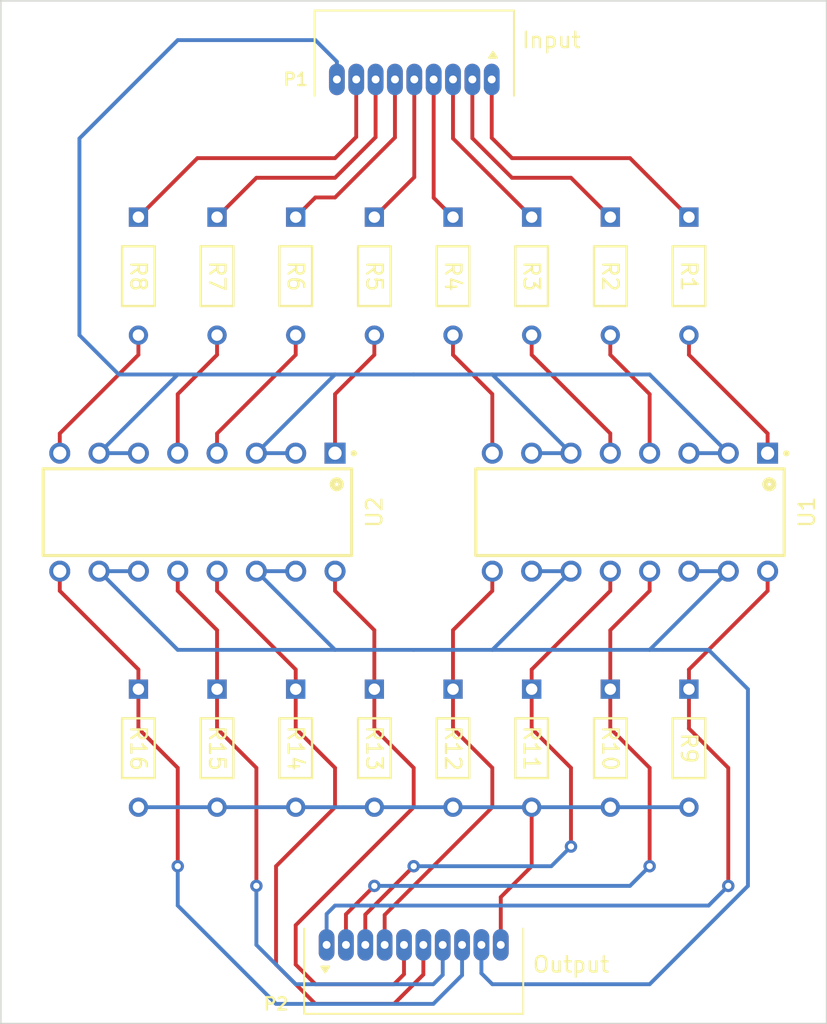
<source format=kicad_pcb>
(kicad_pcb (version 20221018) (generator pcbnew)
  (layers (0 "F.Cu" signal) (31 "B.Cu" signal) (34 "B.Paste" user) (35 "F.Paste" user) (36 "B.SilkS" user "B.Silkscreen") (37 "F.SilkS" user "F.Silkscreen") (38 "B.Mask" user) (39 "F.Mask" user) (44 "Edge.Cuts" user))
  (net 0 "")
  (net 1 "Net-(P1-Pad1)")
  (net 2 "Net-(P1-Pad2)")
  (net 3 "Net-(P1-Pad3)")
  (net 4 "Net-(P1-Pad4)")
  (net 5 "Net-(P1-Pad5)")
  (net 6 "Net-(P1-Pad6)")
  (net 7 "Net-(P1-Pad7)")
  (net 8 "Net-(P1-Pad8)")
  (net 9 "/GNDA")
  (net 10 "Net-(P2-Pad1)")
  (net 11 "Net-(P2-Pad2)")
  (net 12 "Net-(P2-Pad3)")
  (net 13 "Net-(P2-Pad4)")
  (net 14 "Net-(P2-Pad5)")
  (net 15 "Net-(P2-Pad6)")
  (net 16 "Net-(P2-Pad7)")
  (net 17 "Net-(P2-Pad8)")
  (net 18 "/+5V")
  (net 19 "GND")
  (net 20 "Net-(R1-Pad2)")
  (net 21 "Net-(R2-Pad2)")
  (net 22 "Net-(R3-Pad2)")
  (net 23 "Net-(R4-Pad2)")
  (net 24 "Net-(R5-Pad2)")
  (net 25 "Net-(R6-Pad2)")
  (net 26 "Net-(R7-Pad2)")
  (net 27 "Net-(R8-Pad2)")
  (footprint "ILQ30:DIP762W51P254L1992H425Q16" (layer "F.Cu") (at 125.73 87.63 -90)
    (fp_text reference "U2" (at 0 -11.43 90) (layer "F.SilkS") (effects (font (size 1.000685 1.000685))))
    (fp_text value "ILQ30")
    (fp_line (start -2.8 -9.96) (end 2.8 -9.96) (stroke (width 0.2)) (layer "F.SilkS"))
    (fp_line (start -2.8 9.96) (end -2.8 -9.96) (stroke (width 0.2)) (layer "F.SilkS"))
    (fp_line (start 2.8 -9.96) (end 2.8 9.96) (stroke (width 0.2)) (layer "F.SilkS"))
    (fp_line (start 2.8 9.96) (end -2.8 9.96) (stroke (width 0.2)) (layer "F.SilkS"))
    (fp_circle (center -3.8 -10.1) (end -3.7 -10.1) (stroke (width 0.2)) (fill none) (layer "F.SilkS"))
    (fp_circle (center -1.8 -9) (end -1.52 -9) (stroke (width 0.35)) (fill none) (layer "F.SilkS"))
    (pad "1" thru_hole rect (at -3.81 -8.89 270) (size 1.358 1.358) (drill 0.85) (layers "*.Cu" "*.Mask") (net 24 "Net-(R5-Pad2)"))
    (pad "2" thru_hole circle (at -3.81 -6.35 270) (size 1.358 1.358) (drill 0.85) (layers "*.Cu" "*.Mask") (net 9 "/GNDA"))
    (pad "3" thru_hole circle (at -3.81 -3.81 270) (size 1.358 1.358) (drill 0.85) (layers "*.Cu" "*.Mask") (net 9 "/GNDA"))
    (pad "4" thru_hole circle (at -3.81 -1.27 270) (size 1.358 1.358) (drill 0.85) (layers "*.Cu" "*.Mask") (net 25 "Net-(R6-Pad2)"))
    (pad "5" thru_hole circle (at -3.81 1.27 270) (size 1.358 1.358) (drill 0.85) (layers "*.Cu" "*.Mask") (net 26 "Net-(R7-Pad2)"))
    (pad "6" thru_hole circle (at -3.81 3.81 270) (size 1.358 1.358) (drill 0.85) (layers "*.Cu" "*.Mask") (net 9 "/GNDA"))
    (pad "7" thru_hole circle (at -3.81 6.35 270) (size 1.358 1.358) (drill 0.85) (layers "*.Cu" "*.Mask") (net 9 "/GNDA"))
    (pad "8" thru_hole circle (at -3.81 8.89 270) (size 1.358 1.358) (drill 0.85) (layers "*.Cu" "*.Mask") (net 27 "Net-(R8-Pad2)"))
    (pad "9" thru_hole circle (at 3.81 8.89 270) (size 1.358 1.358) (drill 0.85) (layers "*.Cu" "*.Mask") (net 17 "Net-(P2-Pad8)"))
    (pad "10" thru_hole circle (at 3.81 6.35 270) (size 1.358 1.358) (drill 0.85) (layers "*.Cu" "*.Mask") (net 18 "/+5V"))
    (pad "11" thru_hole circle (at 3.81 3.81 270) (size 1.358 1.358) (drill 0.85) (layers "*.Cu" "*.Mask") (net 18 "/+5V"))
    (pad "12" thru_hole circle (at 3.81 1.27 270) (size 1.358 1.358) (drill 0.85) (layers "*.Cu" "*.Mask") (net 16 "Net-(P2-Pad7)"))
    (pad "13" thru_hole circle (at 3.81 -1.27 270) (size 1.358 1.358) (drill 0.85) (layers "*.Cu" "*.Mask") (net 15 "Net-(P2-Pad6)"))
    (pad "14" thru_hole circle (at 3.81 -3.81 270) (size 1.358 1.358) (drill 0.85) (layers "*.Cu" "*.Mask") (net 18 "/+5V"))
    (pad "15" thru_hole circle (at 3.81 -6.35 270) (size 1.358 1.358) (drill 0.85) (layers "*.Cu" "*.Mask") (net 18 "/+5V"))
    (pad "16" thru_hole circle (at 3.81 -8.89 270) (size 1.358 1.358) (drill 0.85) (layers "*.Cu" "*.Mask") (net 14 "Net-(P2-Pad5)"))
  )
  (footprint "RNMF14FTC270R:STA_RNMF14_STP" (layer "F.Cu") (at 127 68.58 -90)
    (fp_text reference "R7" (at 3.81 0 -90 unlocked) (layer "F.SilkS"))
    (fp_text value "RNMF14FTC270R")
    (fp_line (start 1.8796 -1.0541) (end 1.8796 1.0541) (stroke (width 0.1524)) (layer "F.SilkS"))
    (fp_line (start 1.8796 1.0541) (end 5.7404 1.0541) (stroke (width 0.1524)) (layer "F.SilkS"))
    (fp_line (start 5.7404 -1.0541) (end 1.8796 -1.0541) (stroke (width 0.1524)) (layer "F.SilkS"))
    (fp_line (start 5.7404 1.0541) (end 5.7404 -1.0541) (stroke (width 0.1524)) (layer "F.SilkS"))
    (pad "1" thru_hole rect (at 0 0 270) (size 1.2446 1.2446) (drill 0.7366) (layers "*.Cu" "*.Mask") (net 7 "Net-(P1-Pad7)"))
    (pad "2" thru_hole circle (at 7.62 0 270) (size 1.2446 1.2446) (drill 0.7366) (layers "*.Cu" "*.Mask") (net 26 "Net-(R7-Pad2)"))
  )
  (footprint "RNMF14FTC270R:STA_RNMF14_STP" (layer "F.Cu") (at 142.24 68.58 -90)
    (fp_text reference "R4" (at 3.81 0 -90 unlocked) (layer "F.SilkS"))
    (fp_text value "RNMF14FTC270R")
    (fp_line (start 1.8796 -1.0541) (end 1.8796 1.0541) (stroke (width 0.1524)) (layer "F.SilkS"))
    (fp_line (start 1.8796 1.0541) (end 5.7404 1.0541) (stroke (width 0.1524)) (layer "F.SilkS"))
    (fp_line (start 5.7404 -1.0541) (end 1.8796 -1.0541) (stroke (width 0.1524)) (layer "F.SilkS"))
    (fp_line (start 5.7404 1.0541) (end 5.7404 -1.0541) (stroke (width 0.1524)) (layer "F.SilkS"))
    (pad "1" thru_hole rect (at 0 0 270) (size 1.2446 1.2446) (drill 0.7366) (layers "*.Cu" "*.Mask") (net 4 "Net-(P1-Pad4)"))
    (pad "2" thru_hole circle (at 7.62 0 270) (size 1.2446 1.2446) (drill 0.7366) (layers "*.Cu" "*.Mask") (net 23 "Net-(R4-Pad2)"))
  )
  (footprint "53048-0910:53048-0910" (layer "F.Cu") (at 139.74 59.69 180)
    (fp_text reference "P1" (at 7.66 0) (layer "F.SilkS") (effects (font (size 0.8 0.8))))
    (fp_text value "53048-0910")
    (fp_text user "Input" (at -8.85 2.54 unlocked) (layer "F.SilkS"))
    (fp_line (start -6.44 4.45) (end -6.44 -1.05) (stroke (width 0.127)) (layer "F.SilkS"))
    (fp_line (start 6.44 -1.05) (end 6.44 4.45) (stroke (width 0.127)) (layer "F.SilkS"))
    (fp_line (start 6.44 4.45) (end -6.44 4.45) (stroke (width 0.127)) (layer "F.SilkS"))
    (fp_poly (pts (xy -5.334 1.397) (xy -4.826 1.397) (xy -5.08 1.778)) (stroke (width 0.127)) (fill solid) (layer "F.SilkS"))
    (pad "1" thru_hole oval (at -5 0 180) (size 1.016 2.032) (drill 0.508) (layers "*.Cu" "*.Mask") (net 1 "Net-(P1-Pad1)"))
    (pad "2" thru_hole oval (at -3.75 0 180) (size 1.016 2.032) (drill 0.508) (layers "*.Cu" "*.Mask") (net 2 "Net-(P1-Pad2)"))
    (pad "3" thru_hole oval (at -2.5 0 180) (size 1.016 2.032) (drill 0.508) (layers "*.Cu" "*.Mask") (net 3 "Net-(P1-Pad3)"))
    (pad "4" thru_hole oval (at -1.25 0 180) (size 1.016 2.032) (drill 0.508) (layers "*.Cu" "*.Mask") (net 4 "Net-(P1-Pad4)"))
    (pad "5" thru_hole oval (at 0 0 180) (size 1.016 2.032) (drill 0.508) (layers "*.Cu" "*.Mask") (net 5 "Net-(P1-Pad5)"))
    (pad "6" thru_hole oval (at 1.25 0 180) (size 1.016 2.032) (drill 0.508) (layers "*.Cu" "*.Mask") (net 6 "Net-(P1-Pad6)"))
    (pad "7" thru_hole oval (at 2.5 0 180) (size 1.016 2.032) (drill 0.508) (layers "*.Cu" "*.Mask") (net 7 "Net-(P1-Pad7)"))
    (pad "8" thru_hole oval (at 3.75 0 180) (size 1.016 2.032) (drill 0.508) (layers "*.Cu" "*.Mask") (net 8 "Net-(P1-Pad8)"))
    (pad "9" thru_hole oval (at 5 0 180) (size 1.016 2.032) (drill 0.508) (layers "*.Cu" "*.Mask") (net 9 "/GNDA"))
  )
  (footprint "RNMF14FTC270R:STA_RNMF14_STP" (layer "F.Cu") (at 137.16 99.06 -90)
    (fp_text reference "R13" (at 3.81 0 -90 unlocked) (layer "F.SilkS"))
    (fp_text value "RNMF14FTC390R")
    (fp_line (start 1.8796 -1.0541) (end 1.8796 1.0541) (stroke (width 0.1524)) (layer "F.SilkS"))
    (fp_line (start 1.8796 1.0541) (end 5.7404 1.0541) (stroke (width 0.1524)) (layer "F.SilkS"))
    (fp_line (start 5.7404 -1.0541) (end 1.8796 -1.0541) (stroke (width 0.1524)) (layer "F.SilkS"))
    (fp_line (start 5.7404 1.0541) (end 5.7404 -1.0541) (stroke (width 0.1524)) (layer "F.SilkS"))
    (pad "1" thru_hole rect (at 0 0 270) (size 1.2446 1.2446) (drill 0.7366) (layers "*.Cu" "*.Mask") (net 14 "Net-(P2-Pad5)"))
    (pad "2" thru_hole circle (at 7.62 0 270) (size 1.2446 1.2446) (drill 0.7366) (layers "*.Cu" "*.Mask") (net 19 "GND"))
  )
  (footprint "RNMF14FTC270R:STA_RNMF14_STP" (layer "F.Cu") (at 127 99.06 -90)
    (fp_text reference "R15" (at 3.81 0 -90 unlocked) (layer "F.SilkS"))
    (fp_text value "RNMF14FTC390R")
    (fp_line (start 1.8796 -1.0541) (end 1.8796 1.0541) (stroke (width 0.1524)) (layer "F.SilkS"))
    (fp_line (start 1.8796 1.0541) (end 5.7404 1.0541) (stroke (width 0.1524)) (layer "F.SilkS"))
    (fp_line (start 5.7404 -1.0541) (end 1.8796 -1.0541) (stroke (width 0.1524)) (layer "F.SilkS"))
    (fp_line (start 5.7404 1.0541) (end 5.7404 -1.0541) (stroke (width 0.1524)) (layer "F.SilkS"))
    (pad "1" thru_hole rect (at 0 0 270) (size 1.2446 1.2446) (drill 0.7366) (layers "*.Cu" "*.Mask") (net 16 "Net-(P2-Pad7)"))
    (pad "2" thru_hole circle (at 7.62 0 270) (size 1.2446 1.2446) (drill 0.7366) (layers "*.Cu" "*.Mask") (net 19 "GND"))
  )
  (footprint "RNMF14FTC270R:STA_RNMF14_STP" (layer "F.Cu") (at 147.32 99.06 -90)
    (fp_text reference "R11" (at 3.81 0 -90 unlocked) (layer "F.SilkS"))
    (fp_text value "RNMF14FTC390R")
    (fp_line (start 1.8796 -1.0541) (end 1.8796 1.0541) (stroke (width 0.1524)) (layer "F.SilkS"))
    (fp_line (start 1.8796 1.0541) (end 5.7404 1.0541) (stroke (width 0.1524)) (layer "F.SilkS"))
    (fp_line (start 5.7404 -1.0541) (end 1.8796 -1.0541) (stroke (width 0.1524)) (layer "F.SilkS"))
    (fp_line (start 5.7404 1.0541) (end 5.7404 -1.0541) (stroke (width 0.1524)) (layer "F.SilkS"))
    (pad "1" thru_hole rect (at 0 0 270) (size 1.2446 1.2446) (drill 0.7366) (layers "*.Cu" "*.Mask") (net 12 "Net-(P2-Pad3)"))
    (pad "2" thru_hole circle (at 7.62 0 270) (size 1.2446 1.2446) (drill 0.7366) (layers "*.Cu" "*.Mask") (net 19 "GND"))
  )
  (footprint "ILQ30:DIP762W51P254L1992H425Q16" (layer "F.Cu") (at 153.67 87.63 -90)
    (fp_text reference "U1" (at 0 -11.43 90) (layer "F.SilkS") (effects (font (size 1.000685 1.000685))))
    (fp_text value "ILQ30")
    (fp_line (start -2.8 -9.96) (end 2.8 -9.96) (stroke (width 0.2)) (layer "F.SilkS"))
    (fp_line (start -2.8 9.96) (end -2.8 -9.96) (stroke (width 0.2)) (layer "F.SilkS"))
    (fp_line (start 2.8 -9.96) (end 2.8 9.96) (stroke (width 0.2)) (layer "F.SilkS"))
    (fp_line (start 2.8 9.96) (end -2.8 9.96) (stroke (width 0.2)) (layer "F.SilkS"))
    (fp_circle (center -3.8 -10.1) (end -3.7 -10.1) (stroke (width 0.2)) (fill none) (layer "F.SilkS"))
    (fp_circle (center -1.8 -9) (end -1.52 -9) (stroke (width 0.35)) (fill none) (layer "F.SilkS"))
    (pad "1" thru_hole rect (at -3.81 -8.89 270) (size 1.358 1.358) (drill 0.85) (layers "*.Cu" "*.Mask") (net 20 "Net-(R1-Pad2)"))
    (pad "2" thru_hole circle (at -3.81 -6.35 270) (size 1.358 1.358) (drill 0.85) (layers "*.Cu" "*.Mask") (net 9 "/GNDA"))
    (pad "3" thru_hole circle (at -3.81 -3.81 270) (size 1.358 1.358) (drill 0.85) (layers "*.Cu" "*.Mask") (net 9 "/GNDA"))
    (pad "4" thru_hole circle (at -3.81 -1.27 270) (size 1.358 1.358) (drill 0.85) (layers "*.Cu" "*.Mask") (net 21 "Net-(R2-Pad2)"))
    (pad "5" thru_hole circle (at -3.81 1.27 270) (size 1.358 1.358) (drill 0.85) (layers "*.Cu" "*.Mask") (net 22 "Net-(R3-Pad2)"))
    (pad "6" thru_hole circle (at -3.81 3.81 270) (size 1.358 1.358) (drill 0.85) (layers "*.Cu" "*.Mask") (net 9 "/GNDA"))
    (pad "7" thru_hole circle (at -3.81 6.35 270) (size 1.358 1.358) (drill 0.85) (layers "*.Cu" "*.Mask") (net 9 "/GNDA"))
    (pad "8" thru_hole circle (at -3.81 8.89 270) (size 1.358 1.358) (drill 0.85) (layers "*.Cu" "*.Mask") (net 23 "Net-(R4-Pad2)"))
    (pad "9" thru_hole circle (at 3.81 8.89 270) (size 1.358 1.358) (drill 0.85) (layers "*.Cu" "*.Mask") (net 13 "Net-(P2-Pad4)"))
    (pad "10" thru_hole circle (at 3.81 6.35 270) (size 1.358 1.358) (drill 0.85) (layers "*.Cu" "*.Mask") (net 18 "/+5V"))
    (pad "11" thru_hole circle (at 3.81 3.81 270) (size 1.358 1.358) (drill 0.85) (layers "*.Cu" "*.Mask") (net 18 "/+5V"))
    (pad "12" thru_hole circle (at 3.81 1.27 270) (size 1.358 1.358) (drill 0.85) (layers "*.Cu" "*.Mask") (net 12 "Net-(P2-Pad3)"))
    (pad "13" thru_hole circle (at 3.81 -1.27 270) (size 1.358 1.358) (drill 0.85) (layers "*.Cu" "*.Mask") (net 11 "Net-(P2-Pad2)"))
    (pad "14" thru_hole circle (at 3.81 -3.81 270) (size 1.358 1.358) (drill 0.85) (layers "*.Cu" "*.Mask") (net 18 "/+5V"))
    (pad "15" thru_hole circle (at 3.81 -6.35 270) (size 1.358 1.358) (drill 0.85) (layers "*.Cu" "*.Mask") (net 18 "/+5V"))
    (pad "16" thru_hole circle (at 3.81 -8.89 270) (size 1.358 1.358) (drill 0.85) (layers "*.Cu" "*.Mask") (net 10 "Net-(P2-Pad1)"))
  )
  (footprint "RNMF14FTC270R:STA_RNMF14_STP" (layer "F.Cu") (at 132.08 99.06 -90)
    (fp_text reference "R14" (at 3.81 0 -90 unlocked) (layer "F.SilkS"))
    (fp_text value "RNMF14FTC390R")
    (fp_line (start 1.8796 -1.0541) (end 1.8796 1.0541) (stroke (width 0.1524)) (layer "F.SilkS"))
    (fp_line (start 1.8796 1.0541) (end 5.7404 1.0541) (stroke (width 0.1524)) (layer "F.SilkS"))
    (fp_line (start 5.7404 -1.0541) (end 1.8796 -1.0541) (stroke (width 0.1524)) (layer "F.SilkS"))
    (fp_line (start 5.7404 1.0541) (end 5.7404 -1.0541) (stroke (width 0.1524)) (layer "F.SilkS"))
    (pad "1" thru_hole rect (at 0 0 270) (size 1.2446 1.2446) (drill 0.7366) (layers "*.Cu" "*.Mask") (net 15 "Net-(P2-Pad6)"))
    (pad "2" thru_hole circle (at 7.62 0 270) (size 1.2446 1.2446) (drill 0.7366) (layers "*.Cu" "*.Mask") (net 19 "GND"))
  )
  (footprint "RNMF14FTC270R:STA_RNMF14_STP" (layer "F.Cu") (at 137.16 68.58 -90)
    (fp_text reference "R5" (at 3.81 0 -90 unlocked) (layer "F.SilkS"))
    (fp_text value "RNMF14FTC270R")
    (fp_line (start 1.8796 -1.0541) (end 1.8796 1.0541) (stroke (width 0.1524)) (layer "F.SilkS"))
    (fp_line (start 1.8796 1.0541) (end 5.7404 1.0541) (stroke (width 0.1524)) (layer "F.SilkS"))
    (fp_line (start 5.7404 -1.0541) (end 1.8796 -1.0541) (stroke (width 0.1524)) (layer "F.SilkS"))
    (fp_line (start 5.7404 1.0541) (end 5.7404 -1.0541) (stroke (width 0.1524)) (layer "F.SilkS"))
    (pad "1" thru_hole rect (at 0 0 270) (size 1.2446 1.2446) (drill 0.7366) (layers "*.Cu" "*.Mask") (net 5 "Net-(P1-Pad5)"))
    (pad "2" thru_hole circle (at 7.62 0 270) (size 1.2446 1.2446) (drill 0.7366) (layers "*.Cu" "*.Mask") (net 24 "Net-(R5-Pad2)"))
  )
  (footprint "RNMF14FTC270R:STA_RNMF14_STP" (layer "F.Cu") (at 152.4 68.58 -90)
    (fp_text reference "R2" (at 3.81 0 -90 unlocked) (layer "F.SilkS"))
    (fp_text value "RNMF14FTC270R")
    (fp_line (start 1.8796 -1.0541) (end 1.8796 1.0541) (stroke (width 0.1524)) (layer "F.SilkS"))
    (fp_line (start 1.8796 1.0541) (end 5.7404 1.0541) (stroke (width 0.1524)) (layer "F.SilkS"))
    (fp_line (start 5.7404 -1.0541) (end 1.8796 -1.0541) (stroke (width 0.1524)) (layer "F.SilkS"))
    (fp_line (start 5.7404 1.0541) (end 5.7404 -1.0541) (stroke (width 0.1524)) (layer "F.SilkS"))
    (pad "1" thru_hole rect (at 0 0 270) (size 1.2446 1.2446) (drill 0.7366) (layers "*.Cu" "*.Mask") (net 2 "Net-(P1-Pad2)"))
    (pad "2" thru_hole circle (at 7.62 0 270) (size 1.2446 1.2446) (drill 0.7366) (layers "*.Cu" "*.Mask") (net 21 "Net-(R2-Pad2)"))
  )
  (footprint "RNMF14FTC270R:STA_RNMF14_STP" (layer "F.Cu") (at 147.32 68.58 -90)
    (fp_text reference "R3" (at 3.81 0 -90 unlocked) (layer "F.SilkS"))
    (fp_text value "RNMF14FTC270R")
    (fp_line (start 1.8796 -1.0541) (end 1.8796 1.0541) (stroke (width 0.1524)) (layer "F.SilkS"))
    (fp_line (start 1.8796 1.0541) (end 5.7404 1.0541) (stroke (width 0.1524)) (layer "F.SilkS"))
    (fp_line (start 5.7404 -1.0541) (end 1.8796 -1.0541) (stroke (width 0.1524)) (layer "F.SilkS"))
    (fp_line (start 5.7404 1.0541) (end 5.7404 -1.0541) (stroke (width 0.1524)) (layer "F.SilkS"))
    (pad "1" thru_hole rect (at 0 0 270) (size 1.2446 1.2446) (drill 0.7366) (layers "*.Cu" "*.Mask") (net 3 "Net-(P1-Pad3)"))
    (pad "2" thru_hole circle (at 7.62 0 270) (size 1.2446 1.2446) (drill 0.7366) (layers "*.Cu" "*.Mask") (net 22 "Net-(R3-Pad2)"))
  )
  (footprint "RNMF14FTC270R:STA_RNMF14_STP" (layer "F.Cu") (at 157.48 68.58 -90)
    (fp_text reference "R1" (at 3.81 0 -90 unlocked) (layer "F.SilkS"))
    (fp_text value "RNMF14FTC270R")
    (fp_line (start 1.8796 -1.0541) (end 1.8796 1.0541) (stroke (width 0.1524)) (layer "F.SilkS"))
    (fp_line (start 1.8796 1.0541) (end 5.7404 1.0541) (stroke (width 0.1524)) (layer "F.SilkS"))
    (fp_line (start 5.7404 -1.0541) (end 1.8796 -1.0541) (stroke (width 0.1524)) (layer "F.SilkS"))
    (fp_line (start 5.7404 1.0541) (end 5.7404 -1.0541) (stroke (width 0.1524)) (layer "F.SilkS"))
    (pad "1" thru_hole rect (at 0 0 270) (size 1.2446 1.2446) (drill 0.7366) (layers "*.Cu" "*.Mask") (net 1 "Net-(P1-Pad1)"))
    (pad "2" thru_hole circle (at 7.62 0 270) (size 1.2446 1.2446) (drill 0.7366) (layers "*.Cu" "*.Mask") (net 20 "Net-(R1-Pad2)"))
  )
  (footprint "RNMF14FTC270R:STA_RNMF14_STP" (layer "F.Cu") (at 152.4 99.06 -90)
    (fp_text reference "R10" (at 3.81 0 -90 unlocked) (layer "F.SilkS"))
    (fp_text value "RNMF14FTC390R")
    (fp_line (start 1.8796 -1.0541) (end 1.8796 1.0541) (stroke (width 0.1524)) (layer "F.SilkS"))
    (fp_line (start 1.8796 1.0541) (end 5.7404 1.0541) (stroke (width 0.1524)) (layer "F.SilkS"))
    (fp_line (start 5.7404 -1.0541) (end 1.8796 -1.0541) (stroke (width 0.1524)) (layer "F.SilkS"))
    (fp_line (start 5.7404 1.0541) (end 5.7404 -1.0541) (stroke (width 0.1524)) (layer "F.SilkS"))
    (pad "1" thru_hole rect (at 0 0 270) (size 1.2446 1.2446) (drill 0.7366) (layers "*.Cu" "*.Mask") (net 11 "Net-(P2-Pad2)"))
    (pad "2" thru_hole circle (at 7.62 0 270) (size 1.2446 1.2446) (drill 0.7366) (layers "*.Cu" "*.Mask") (net 19 "GND"))
  )
  (footprint "RNMF14FTC270R:STA_RNMF14_STP" (layer "F.Cu") (at 157.48 99.06 -90)
    (fp_text reference "R9" (at 3.81 0 -90 unlocked) (layer "F.SilkS"))
    (fp_text value "RNMF14FTC390R")
    (fp_line (start 1.8796 -1.0541) (end 1.8796 1.0541) (stroke (width 0.1524)) (layer "F.SilkS"))
    (fp_line (start 1.8796 1.0541) (end 5.7404 1.0541) (stroke (width 0.1524)) (layer "F.SilkS"))
    (fp_line (start 5.7404 -1.0541) (end 1.8796 -1.0541) (stroke (width 0.1524)) (layer "F.SilkS"))
    (fp_line (start 5.7404 1.0541) (end 5.7404 -1.0541) (stroke (width 0.1524)) (layer "F.SilkS"))
    (pad "1" thru_hole rect (at 0 0 270) (size 1.2446 1.2446) (drill 0.7366) (layers "*.Cu" "*.Mask") (net 10 "Net-(P2-Pad1)"))
    (pad "2" thru_hole circle (at 7.62 0 270) (size 1.2446 1.2446) (drill 0.7366) (layers "*.Cu" "*.Mask") (net 19 "GND"))
  )
  (footprint "RNMF14FTC270R:STA_RNMF14_STP" (layer "F.Cu") (at 132.08 68.58 -90)
    (fp_text reference "R6" (at 3.81 0 -90 unlocked) (layer "F.SilkS"))
    (fp_text value "RNMF14FTC270R")
    (fp_line (start 1.8796 -1.0541) (end 1.8796 1.0541) (stroke (width 0.1524)) (layer "F.SilkS"))
    (fp_line (start 1.8796 1.0541) (end 5.7404 1.0541) (stroke (width 0.1524)) (layer "F.SilkS"))
    (fp_line (start 5.7404 -1.0541) (end 1.8796 -1.0541) (stroke (width 0.1524)) (layer "F.SilkS"))
    (fp_line (start 5.7404 1.0541) (end 5.7404 -1.0541) (stroke (width 0.1524)) (layer "F.SilkS"))
    (pad "1" thru_hole rect (at 0 0 270) (size 1.2446 1.2446) (drill 0.7366) (layers "*.Cu" "*.Mask") (net 6 "Net-(P1-Pad6)"))
    (pad "2" thru_hole circle (at 7.62 0 270) (size 1.2446 1.2446) (drill 0.7366) (layers "*.Cu" "*.Mask") (net 25 "Net-(R6-Pad2)"))
  )
  (footprint "RNMF14FTC270R:STA_RNMF14_STP" (layer "F.Cu") (at 142.24 99.06 -90)
    (fp_text reference "R12" (at 3.81 0 -90 unlocked) (layer "F.SilkS"))
    (fp_text value "RNMF14FTC390R")
    (fp_line (start 1.8796 -1.0541) (end 1.8796 1.0541) (stroke (width 0.1524)) (layer "F.SilkS"))
    (fp_line (start 1.8796 1.0541) (end 5.7404 1.0541) (stroke (width 0.1524)) (layer "F.SilkS"))
    (fp_line (start 5.7404 -1.0541) (end 1.8796 -1.0541) (stroke (width 0.1524)) (layer "F.SilkS"))
    (fp_line (start 5.7404 1.0541) (end 5.7404 -1.0541) (stroke (width 0.1524)) (layer "F.SilkS"))
    (pad "1" thru_hole rect (at 0 0 270) (size 1.2446 1.2446) (drill 0.7366) (layers "*.Cu" "*.Mask") (net 13 "Net-(P2-Pad4)"))
    (pad "2" thru_hole circle (at 7.62 0 270) (size 1.2446 1.2446) (drill 0.7366) (layers "*.Cu" "*.Mask") (net 19 "GND"))
  )
  (footprint "RNMF14FTC270R:STA_RNMF14_STP" (layer "F.Cu") (at 121.92 68.58 -90)
    (fp_text reference "R8" (at 3.81 0 -90 unlocked) (layer "F.SilkS"))
    (fp_text value "RNMF14FTC270R")
    (fp_line (start 1.8796 -1.0541) (end 1.8796 1.0541) (stroke (width 0.1524)) (layer "F.SilkS"))
    (fp_line (start 1.8796 1.0541) (end 5.7404 1.0541) (stroke (width 0.1524)) (layer "F.SilkS"))
    (fp_line (start 5.7404 -1.0541) (end 1.8796 -1.0541) (stroke (width 0.1524)) (layer "F.SilkS"))
    (fp_line (start 5.7404 1.0541) (end 5.7404 -1.0541) (stroke (width 0.1524)) (layer "F.SilkS"))
    (pad "1" thru_hole rect (at 0 0 270) (size 1.2446 1.2446) (drill 0.7366) (layers "*.Cu" "*.Mask") (net 8 "Net-(P1-Pad8)"))
    (pad "2" thru_hole circle (at 7.62 0 270) (size 1.2446 1.2446) (drill 0.7366) (layers "*.Cu" "*.Mask") (net 27 "Net-(R8-Pad2)"))
  )
  (footprint "RNMF14FTC270R:STA_RNMF14_STP" (layer "F.Cu") (at 121.92 99.06 -90)
    (fp_text reference "R16" (at 3.81 0 -90 unlocked) (layer "F.SilkS"))
    (fp_text value "RNMF14FTC390R")
    (fp_line (start 1.8796 -1.0541) (end 1.8796 1.0541) (stroke (width 0.1524)) (layer "F.SilkS"))
    (fp_line (start 1.8796 1.0541) (end 5.7404 1.0541) (stroke (width 0.1524)) (layer "F.SilkS"))
    (fp_line (start 5.7404 -1.0541) (end 1.8796 -1.0541) (stroke (width 0.1524)) (layer "F.SilkS"))
    (fp_line (start 5.7404 1.0541) (end 5.7404 -1.0541) (stroke (width 0.1524)) (layer "F.SilkS"))
    (pad "1" thru_hole rect (at 0 0 270) (size 1.2446 1.2446) (drill 0.7366) (layers "*.Cu" "*.Mask") (net 17 "Net-(P2-Pad8)"))
    (pad "2" thru_hole circle (at 7.62 0 270) (size 1.2446 1.2446) (drill 0.7366) (layers "*.Cu" "*.Mask") (net 19 "GND"))
  )
  (footprint "53048-1010:53048-1010" (layer "F.Cu") (at 139.7 115.57)
    (fp_text reference "P2" (at -8.89 3.81) (layer "F.SilkS") (effects (font (size 0.8 0.8))))
    (fp_text value "53048-1010")
    (fp_text user "Output" (at 10.16 1.27 unlocked) (layer "F.SilkS"))
    (fp_line (start -7.075 4.45) (end -7.075 -1.05) (stroke (width 0.127)) (layer "F.SilkS"))
    (fp_line (start 7.075 -1.05) (end 7.075 4.45) (stroke (width 0.127)) (layer "F.SilkS"))
    (fp_line (start 7.075 4.45) (end -7.075 4.45) (stroke (width 0.127)) (layer "F.SilkS"))
    (fp_poly (pts (xy -5.969 1.397) (xy -5.461 1.397) (xy -5.715 1.778)) (stroke (width 0.127)) (fill solid) (layer "F.SilkS"))
    (pad "1" thru_hole oval (at -5.625 0) (size 1.016 2.032) (drill 0.508) (layers "*.Cu" "*.Mask") (net 10 "Net-(P2-Pad1)"))
    (pad "2" thru_hole oval (at -4.375 0) (size 1.016 2.032) (drill 0.508) (layers "*.Cu" "*.Mask") (net 11 "Net-(P2-Pad2)"))
    (pad "3" thru_hole oval (at -3.125 0) (size 1.016 2.032) (drill 0.508) (layers "*.Cu" "*.Mask") (net 12 "Net-(P2-Pad3)"))
    (pad "4" thru_hole oval (at -1.875 0) (size 1.016 2.032) (drill 0.508) (layers "*.Cu" "*.Mask") (net 13 "Net-(P2-Pad4)"))
    (pad "5" thru_hole oval (at -0.625 0) (size 1.016 2.032) (drill 0.508) (layers "*.Cu" "*.Mask") (net 14 "Net-(P2-Pad5)"))
    (pad "6" thru_hole oval (at 0.625 0) (size 1.016 2.032) (drill 0.508) (layers "*.Cu" "*.Mask") (net 15 "Net-(P2-Pad6)"))
    (pad "7" thru_hole oval (at 1.875 0) (size 1.016 2.032) (drill 0.508) (layers "*.Cu" "*.Mask") (net 16 "Net-(P2-Pad7)"))
    (pad "8" thru_hole oval (at 3.125 0) (size 1.016 2.032) (drill 0.508) (layers "*.Cu" "*.Mask") (net 17 "Net-(P2-Pad8)"))
    (pad "9" thru_hole oval (at 4.375 0) (size 1.016 2.032) (drill 0.508) (layers "*.Cu" "*.Mask") (net 18 "/+5V"))
    (pad "10" thru_hole oval (at 5.625 0) (size 1.016 2.032) (drill 0.508) (layers "*.Cu" "*.Mask") (net 19 "GND"))
  )
  (gr_rect (start 113.03 54.61) (end 166.37 120.65) (stroke (width 0.1)) (fill none) (layer "Edge.Cuts"))
  (segment (start 144.74 59.69) (end 144.74 63.46) (width 0.25) (layer "F.Cu") (net 1))
  (segment (start 153.67 64.77) (end 157.48 68.58) (width 0.25) (layer "F.Cu") (net 1))
  (segment (start 144.74 63.46) (end 146.05 64.77) (width 0.25) (layer "F.Cu") (net 1))
  (segment (start 146.05 64.77) (end 153.67 64.77) (width 0.25) (layer "F.Cu") (net 1))
  (segment (start 146.05 66.04) (end 149.86 66.04) (width 0.25) (layer "F.Cu") (net 2))
  (segment (start 149.86 66.04) (end 152.4 68.58) (width 0.25) (layer "F.Cu") (net 2))
  (segment (start 143.49 59.69) (end 143.49 63.48) (width 0.25) (layer "F.Cu") (net 2))
  (segment (start 143.49 63.48) (end 146.05 66.04) (width 0.25) (layer "F.Cu") (net 2))
  (segment (start 142.24 59.69) (end 142.24 63.5) (width 0.25) (layer "F.Cu") (net 3))
  (segment (start 142.24 63.5) (end 147.32 68.58) (width 0.25) (layer "F.Cu") (net 3))
  (segment (start 140.99 67.33) (end 142.24 68.58) (width 0.25) (layer "F.Cu") (net 4))
  (segment (start 140.99 59.69) (end 140.99 67.33) (width 0.25) (layer "F.Cu") (net 4))
  (segment (start 139.74 66) (end 137.16 68.58) (width 0.25) (layer "F.Cu") (net 5))
  (segment (start 139.74 59.69) (end 139.74 66) (width 0.25) (layer "F.Cu") (net 5))
  (segment (start 134.62 67.31) (end 133.35 67.31) (width 0.25) (layer "F.Cu") (net 6))
  (segment (start 138.49 63.44) (end 134.62 67.31) (width 0.25) (layer "F.Cu") (net 6))
  (segment (start 133.35 67.31) (end 132.08 68.58) (width 0.25) (layer "F.Cu") (net 6))
  (segment (start 138.49 59.69) (end 138.49 63.44) (width 0.25) (layer "F.Cu") (net 6))
  (segment (start 137.24 59.69) (end 137.24 63.42) (width 0.25) (layer "F.Cu") (net 7))
  (segment (start 134.62 66.04) (end 129.54 66.04) (width 0.25) (layer "F.Cu") (net 7))
  (segment (start 129.54 66.04) (end 127 68.58) (width 0.25) (layer "F.Cu") (net 7))
  (segment (start 137.24 63.42) (end 134.62 66.04) (width 0.25) (layer "F.Cu") (net 7))
  (segment (start 135.99 59.69) (end 135.99 63.4) (width 0.25) (layer "F.Cu") (net 8))
  (segment (start 125.73 64.77) (end 121.92 68.58) (width 0.25) (layer "F.Cu") (net 8))
  (segment (start 135.99 63.4) (end 134.62 64.77) (width 0.25) (layer "F.Cu") (net 8))
  (segment (start 134.62 64.77) (end 125.73 64.77) (width 0.25) (layer "F.Cu") (net 8))
  (segment (start 120.65 78.74) (end 118.11 76.2) (width 0.25) (layer "B.Cu") (net 9))
  (segment (start 157.48 83.82) (end 160.02 83.82) (width 0.25) (layer "B.Cu") (net 9))
  (segment (start 154.94 78.74) (end 144.78 78.74) (width 0.25) (layer "B.Cu") (net 9))
  (segment (start 133.35 57.15) (end 124.46 57.15) (width 0.25) (layer "B.Cu") (net 9))
  (segment (start 160.02 83.82) (end 154.94 78.74) (width 0.25) (layer "B.Cu") (net 9))
  (segment (start 147.32 83.82) (end 149.86 83.82) (width 0.25) (layer "B.Cu") (net 9))
  (segment (start 134.74 58.54) (end 133.35 57.15) (width 0.25) (layer "B.Cu") (net 9))
  (segment (start 118.11 63.5) (end 124.46 57.15) (width 0.25) (layer "B.Cu") (net 9))
  (segment (start 129.54 83.82) (end 134.62 78.74) (width 0.25) (layer "B.Cu") (net 9))
  (segment (start 134.62 78.74) (end 124.46 78.74) (width 0.25) (layer "B.Cu") (net 9))
  (segment (start 149.86 83.82) (end 144.78 78.74) (width 0.25) (layer "B.Cu") (net 9))
  (segment (start 124.46 78.74) (end 120.65 78.74) (width 0.25) (layer "B.Cu") (net 9))
  (segment (start 129.54 83.82) (end 132.08 83.82) (width 0.25) (layer "B.Cu") (net 9))
  (segment (start 118.11 76.2) (end 118.11 63.5) (width 0.25) (layer "B.Cu") (net 9))
  (segment (start 124.46 78.74) (end 119.38 83.82) (width 0.25) (layer "B.Cu") (net 9))
  (segment (start 119.38 83.82) (end 121.92 83.82) (width 0.25) (layer "B.Cu") (net 9))
  (segment (start 134.74 59.69) (end 134.74 58.54) (width 0.25) (layer "B.Cu") (net 9))
  (segment (start 144.78 78.74) (end 139.7 78.74) (width 0.25) (layer "B.Cu") (net 9))
  (segment (start 139.7 78.74) (end 134.62 78.74) (width 0.25) (layer "B.Cu") (net 9))
  (segment (start 157.48 97.79) (end 157.48 99.06) (width 0.25) (layer "F.Cu") (net 10))
  (segment (start 162.56 91.44) (end 162.56 92.71) (width 0.25) (layer "F.Cu") (net 10))
  (segment (start 157.48 99.06) (end 157.48 101.6) (width 0.25) (layer "F.Cu") (net 10))
  (segment (start 162.56 92.71) (end 157.48 97.79) (width 0.25) (layer "F.Cu") (net 10))
  (segment (start 157.48 101.6) (end 160.02 104.14) (width 0.25) (layer "F.Cu") (net 10))
  (segment (start 160.02 104.14) (end 160.02 111.76) (width 0.25) (layer "F.Cu") (net 10))
  (via (at 160.02 111.76) (size 0.8) (drill 0.4) (layers "F.Cu" "B.Cu") (net 10))
  (segment (start 134.075 113.575) (end 134.075 115.57) (width 0.25) (layer "B.Cu") (net 10))
  (segment (start 134.62 113.03) (end 134.075 113.575) (width 0.25) (layer "B.Cu") (net 10))
  (segment (start 158.75 113.03) (end 134.62 113.03) (width 0.25) (layer "B.Cu") (net 10))
  (segment (start 160.02 111.76) (end 158.75 113.03) (width 0.25) (layer "B.Cu") (net 10))
  (segment (start 154.94 91.44) (end 154.94 92.71) (width 0.25) (layer "F.Cu") (net 11))
  (segment (start 154.94 92.71) (end 152.4 95.25) (width 0.25) (layer "F.Cu") (net 11))
  (segment (start 135.325 113.595) (end 135.325 115.57) (width 0.25) (layer "F.Cu") (net 11))
  (segment (start 152.4 95.25) (end 152.4 99.06) (width 0.25) (layer "F.Cu") (net 11))
  (segment (start 152.4 99.06) (end 152.4 101.6) (width 0.25) (layer "F.Cu") (net 11))
  (segment (start 154.94 104.14) (end 154.94 110.49) (width 0.25) (layer "F.Cu") (net 11))
  (segment (start 152.4 101.6) (end 154.94 104.14) (width 0.25) (layer "F.Cu") (net 11))
  (segment (start 137.16 111.76) (end 135.325 113.595) (width 0.25) (layer "F.Cu") (net 11))
  (via (at 137.16 111.76) (size 0.8) (drill 0.4) (layers "F.Cu" "B.Cu") (net 11))
  (via (at 154.94 110.49) (size 0.8) (drill 0.4) (layers "F.Cu" "B.Cu") (net 11))
  (segment (start 153.67 111.76) (end 137.16 111.76) (width 0.25) (layer "B.Cu") (net 11))
  (segment (start 154.94 110.49) (end 153.67 111.76) (width 0.25) (layer "B.Cu") (net 11))
  (segment (start 139.7 110.49) (end 136.575 113.615) (width 0.25) (layer "F.Cu") (net 12))
  (segment (start 147.32 101.6) (end 149.86 104.14) (width 0.25) (layer "F.Cu") (net 12))
  (segment (start 152.4 91.44) (end 152.4 92.71) (width 0.25) (layer "F.Cu") (net 12))
  (segment (start 136.575 113.615) (end 136.575 115.57) (width 0.25) (layer "F.Cu") (net 12))
  (segment (start 149.86 104.14) (end 149.86 109.22) (width 0.25) (layer "F.Cu") (net 12))
  (segment (start 147.32 99.06) (end 147.32 101.6) (width 0.25) (layer "F.Cu") (net 12))
  (segment (start 152.4 92.71) (end 147.32 97.79) (width 0.25) (layer "F.Cu") (net 12))
  (segment (start 147.32 97.79) (end 147.32 99.06) (width 0.25) (layer "F.Cu") (net 12))
  (via (at 139.7 110.49) (size 0.8) (drill 0.4) (layers "F.Cu" "B.Cu") (net 12))
  (via (at 149.86 109.22) (size 0.8) (drill 0.4) (layers "F.Cu" "B.Cu") (net 12))
  (segment (start 149.86 109.22) (end 148.59 110.49) (width 0.25) (layer "B.Cu") (net 12))
  (segment (start 148.59 110.49) (end 139.7 110.49) (width 0.25) (layer "B.Cu") (net 12))
  (segment (start 142.24 99.06) (end 142.24 101.6) (width 0.25) (layer "F.Cu") (net 13))
  (segment (start 142.24 95.25) (end 142.24 99.06) (width 0.25) (layer "F.Cu") (net 13))
  (segment (start 144.78 104.14) (end 144.78 106.68) (width 0.25) (layer "F.Cu") (net 13))
  (segment (start 144.78 92.71) (end 142.24 95.25) (width 0.25) (layer "F.Cu") (net 13))
  (segment (start 144.78 91.44) (end 144.78 92.71) (width 0.25) (layer "F.Cu") (net 13))
  (segment (start 137.825 113.635) (end 144.78 106.68) (width 0.25) (layer "F.Cu") (net 13))
  (segment (start 137.825 115.57) (end 137.825 113.635) (width 0.25) (layer "F.Cu") (net 13))
  (segment (start 142.24 101.6) (end 144.78 104.14) (width 0.25) (layer "F.Cu") (net 13))
  (segment (start 132.08 114.3) (end 139.7 106.68) (width 0.25) (layer "F.Cu") (net 14))
  (segment (start 134.62 91.44) (end 134.62 92.71) (width 0.25) (layer "F.Cu") (net 14))
  (segment (start 137.16 95.25) (end 137.16 99.06) (width 0.25) (layer "F.Cu") (net 14))
  (segment (start 139.7 104.14) (end 137.16 101.6) (width 0.25) (layer "F.Cu") (net 14))
  (segment (start 138.43 118.11) (end 133.35 118.11) (width 0.25) (layer "F.Cu") (net 14))
  (segment (start 139.075 115.57) (end 139.075 117.465) (width 0.25) (layer "F.Cu") (net 14))
  (segment (start 133.35 118.11) (end 132.08 116.84) (width 0.25) (layer "F.Cu") (net 14))
  (segment (start 134.62 92.71) (end 137.16 95.25) (width 0.25) (layer "F.Cu") (net 14))
  (segment (start 139.075 117.465) (end 138.43 118.11) (width 0.25) (layer "F.Cu") (net 14))
  (segment (start 132.08 116.84) (end 132.08 114.3) (width 0.25) (layer "F.Cu") (net 14))
  (segment (start 137.16 101.6) (end 137.16 99.06) (width 0.25) (layer "F.Cu") (net 14))
  (segment (start 139.7 106.68) (end 139.7 104.14) (width 0.25) (layer "F.Cu") (net 14))
  (segment (start 133.35 119.38) (end 130.81 116.84) (width 0.25) (layer "F.Cu") (net 15))
  (segment (start 127 91.44) (end 127 92.71) (width 0.25) (layer "F.Cu") (net 15))
  (segment (start 134.62 106.68) (end 134.62 104.14) (width 0.25) (layer "F.Cu") (net 15))
  (segment (start 134.62 104.14) (end 132.08 101.6) (width 0.25) (layer "F.Cu") (net 15))
  (segment (start 132.08 101.6) (end 132.08 99.06) (width 0.25) (layer "F.Cu") (net 15))
  (segment (start 140.325 115.57) (end 140.325 117.485) (width 0.25) (layer "F.Cu") (net 15))
  (segment (start 140.325 117.485) (end 138.43 119.38) (width 0.25) (layer "F.Cu") (net 15))
  (segment (start 132.08 97.79) (end 132.08 99.06) (width 0.25) (layer "F.Cu") (net 15))
  (segment (start 127 92.71) (end 132.08 97.79) (width 0.25) (layer "F.Cu") (net 15))
  (segment (start 138.43 119.38) (end 133.35 119.38) (width 0.25) (layer "F.Cu") (net 15))
  (segment (start 130.81 116.84) (end 130.81 110.49) (width 0.25) (layer "F.Cu") (net 15))
  (segment (start 130.81 110.49) (end 134.62 106.68) (width 0.25) (layer "F.Cu") (net 15))
  (segment (start 124.46 91.44) (end 124.46 92.71) (width 0.25) (layer "F.Cu") (net 16))
  (segment (start 129.54 104.14) (end 129.54 111.76) (width 0.25) (layer "F.Cu") (net 16))
  (segment (start 127 99.06) (end 127 101.6) (width 0.25) (layer "F.Cu") (net 16))
  (segment (start 127 101.6) (end 129.54 104.14) (width 0.25) (layer "F.Cu") (net 16))
  (segment (start 124.46 92.71) (end 127 95.25) (width 0.25) (layer "F.Cu") (net 16))
  (segment (start 127 95.25) (end 127 99.06) (width 0.25) (layer "F.Cu") (net 16))
  (via (at 129.54 111.76) (size 0.8) (drill 0.4) (layers "F.Cu" "B.Cu") (net 16))
  (segment (start 141.575 115.57) (end 141.575 117.505) (width 0.25) (layer "B.Cu") (net 16))
  (segment (start 140.97 118.11) (end 132.08 118.11) (width 0.25) (layer "B.Cu") (net 16))
  (segment (start 132.08 118.11) (end 129.54 115.57) (width 0.25) (layer "B.Cu") (net 16))
  (segment (start 129.54 111.76) (end 129.54 115.57) (width 0.25) (layer "B.Cu") (net 16))
  (segment (start 141.575 117.505) (end 140.97 118.11) (width 0.25) (layer "B.Cu") (net 16))
  (segment (start 116.84 91.44) (end 116.84 92.71) (width 0.25) (layer "F.Cu") (net 17))
  (segment (start 116.84 92.71) (end 121.92 97.79) (width 0.25) (layer "F.Cu") (net 17))
  (segment (start 124.46 110.49) (end 124.46 104.14) (width 0.25) (layer "F.Cu") (net 17))
  (segment (start 121.92 99.06) (end 121.92 101.6) (width 0.25) (layer "F.Cu") (net 17))
  (segment (start 121.92 97.79) (end 121.92 99.06) (width 0.25) (layer "F.Cu") (net 17))
  (segment (start 121.92 101.6) (end 124.46 104.14) (width 0.25) (layer "F.Cu") (net 17))
  (via (at 124.46 110.49) (size 0.8) (drill 0.4) (layers "F.Cu" "B.Cu") (net 17))
  (segment (start 140.97 119.38) (end 130.81 119.38) (width 0.25) (layer "B.Cu") (net 17))
  (segment (start 142.825 117.525) (end 140.97 119.38) (width 0.25) (layer "B.Cu") (net 17))
  (segment (start 142.825 115.57) (end 142.825 117.525) (width 0.25) (layer "B.Cu") (net 17))
  (segment (start 124.46 113.03) (end 124.46 110.49) (width 0.25) (layer "B.Cu") (net 17))
  (segment (start 130.81 119.38) (end 124.46 113.03) (width 0.25) (layer "B.Cu") (net 17))
  (segment (start 147.32 91.44) (end 149.86 91.44) (width 0.25) (layer "B.Cu") (net 18))
  (segment (start 144.78 118.11) (end 144.075 117.405) (width 0.25) (layer "B.Cu") (net 18))
  (segment (start 119.38 91.44) (end 121.92 91.44) (width 0.25) (layer "B.Cu") (net 18))
  (segment (start 157.48 91.44) (end 160.02 91.44) (width 0.25) (layer "B.Cu") (net 18))
  (segment (start 161.29 111.76) (end 154.94 118.11) (width 0.25) (layer "B.Cu") (net 18))
  (segment (start 149.86 91.44) (end 144.78 96.52) (width 0.25) (layer "B.Cu") (net 18))
  (segment (start 144.075 117.405) (end 144.075 115.57) (width 0.25) (layer "B.Cu") (net 18))
  (segment (start 158.75 96.52) (end 161.29 99.06) (width 0.25) (layer "B.Cu") (net 18))
  (segment (start 154.94 96.52) (end 158.75 96.52) (width 0.25) (layer "B.Cu") (net 18))
  (segment (start 154.94 118.11) (end 144.78 118.11) (width 0.25) (layer "B.Cu") (net 18))
  (segment (start 129.54 91.44) (end 134.62 96.52) (width 0.25) (layer "B.Cu") (net 18))
  (segment (start 134.62 96.52) (end 139.7 96.52) (width 0.25) (layer "B.Cu") (net 18))
  (segment (start 139.7 96.52) (end 144.78 96.52) (width 0.25) (layer "B.Cu") (net 18))
  (segment (start 124.46 96.52) (end 134.62 96.52) (width 0.25) (layer "B.Cu") (net 18))
  (segment (start 119.38 91.44) (end 124.46 96.52) (width 0.25) (layer "B.Cu") (net 18))
  (segment (start 129.54 91.44) (end 132.08 91.44) (width 0.25) (layer "B.Cu") (net 18))
  (segment (start 154.94 96.52) (end 160.02 91.44) (width 0.25) (layer "B.Cu") (net 18))
  (segment (start 161.29 99.06) (end 161.29 111.76) (width 0.25) (layer "B.Cu") (net 18))
  (segment (start 144.78 96.52) (end 154.94 96.52) (width 0.25) (layer "B.Cu") (net 18))
  (segment (start 145.325 112.485) (end 145.325 115.57) (width 0.25) (layer "F.Cu") (net 19))
  (segment (start 147.32 110.49) (end 145.325 112.485) (width 0.25) (layer "F.Cu") (net 19))
  (segment (start 147.32 106.68) (end 147.32 110.49) (width 0.25) (layer "F.Cu") (net 19))
  (segment (start 127 106.68) (end 132.08 106.68) (width 0.25) (layer "B.Cu") (net 19))
  (segment (start 147.32 106.68) (end 152.4 106.68) (width 0.25) (layer "B.Cu") (net 19))
  (segment (start 152.4 106.68) (end 157.48 106.68) (width 0.25) (layer "B.Cu") (net 19))
  (segment (start 137.16 106.68) (end 142.24 106.68) (width 0.25) (layer "B.Cu") (net 19))
  (segment (start 121.92 106.68) (end 127 106.68) (width 0.25) (layer "B.Cu") (net 19))
  (segment (start 142.24 106.68) (end 147.32 106.68) (width 0.25) (layer "B.Cu") (net 19))
  (segment (start 132.08 106.68) (end 137.16 106.68) (width 0.25) (layer "B.Cu") (net 19))
  (segment (start 162.56 82.55) (end 162.56 83.82) (width 0.25) (layer "F.Cu") (net 20))
  (segment (start 157.48 76.2) (end 157.48 77.47) (width 0.25) (layer "F.Cu") (net 20))
  (segment (start 157.48 77.47) (end 162.56 82.55) (width 0.25) (layer "F.Cu") (net 20))
  (segment (start 152.4 77.47) (end 154.94 80.01) (width 0.25) (layer "F.Cu") (net 21))
  (segment (start 154.94 80.01) (end 154.94 83.82) (width 0.25) (layer "F.Cu") (net 21))
  (segment (start 152.4 76.2) (end 152.4 77.47) (width 0.25) (layer "F.Cu") (net 21))
  (segment (start 147.32 77.47) (end 152.4 82.55) (width 0.25) (layer "F.Cu") (net 22))
  (segment (start 147.32 76.2) (end 147.32 77.47) (width 0.25) (layer "F.Cu") (net 22))
  (segment (start 152.4 82.55) (end 152.4 83.82) (width 0.25) (layer "F.Cu") (net 22))
  (segment (start 144.78 80.01) (end 144.78 83.82) (width 0.25) (layer "F.Cu") (net 23))
  (segment (start 142.24 76.2) (end 142.24 77.47) (width 0.25) (layer "F.Cu") (net 23))
  (segment (start 142.24 77.47) (end 144.78 80.01) (width 0.25) (layer "F.Cu") (net 23))
  (segment (start 134.62 80.01) (end 134.62 83.82) (width 0.25) (layer "F.Cu") (net 24))
  (segment (start 137.16 77.47) (end 134.62 80.01) (width 0.25) (layer "F.Cu") (net 24))
  (segment (start 137.16 76.2) (end 137.16 77.47) (width 0.25) (layer "F.Cu") (net 24))
  (segment (start 127 82.55) (end 127 83.82) (width 0.25) (layer "F.Cu") (net 25))
  (segment (start 132.08 77.47) (end 127 82.55) (width 0.25) (layer "F.Cu") (net 25))
  (segment (start 132.08 76.2) (end 132.08 77.47) (width 0.25) (layer "F.Cu") (net 25))
  (segment (start 127 77.47) (end 124.46 80.01) (width 0.25) (layer "F.Cu") (net 26))
  (segment (start 127 76.2) (end 127 77.47) (width 0.25) (layer "F.Cu") (net 26))
  (segment (start 124.46 80.01) (end 124.46 83.82) (width 0.25) (layer "F.Cu") (net 26))
  (segment (start 121.92 76.2) (end 121.92 77.47) (width 0.25) (layer "F.Cu") (net 27))
  (segment (start 116.84 82.55) (end 116.84 83.82) (width 0.25) (layer "F.Cu") (net 27))
  (segment (start 121.92 77.47) (end 116.84 82.55) (width 0.25) (layer "F.Cu") (net 27))
)
</source>
